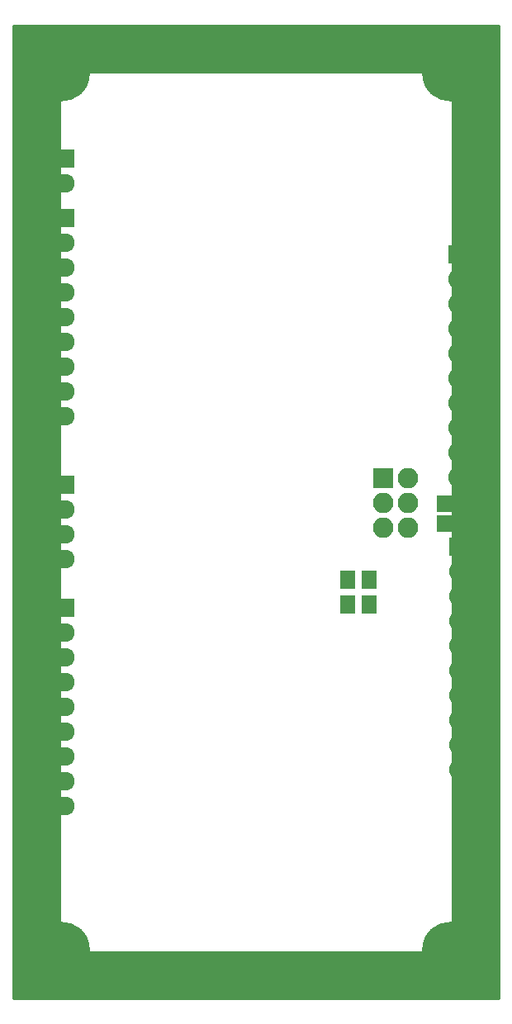
<source format=gbr>
G04 #@! TF.FileFunction,Soldermask,Bot*
%FSLAX46Y46*%
G04 Gerber Fmt 4.6, Leading zero omitted, Abs format (unit mm)*
G04 Created by KiCad (PCBNEW 4.0.7) date 12/28/17 14:23:17*
%MOMM*%
%LPD*%
G01*
G04 APERTURE LIST*
%ADD10C,0.100000*%
%ADD11R,1.650000X1.900000*%
%ADD12R,2.597100X1.924000*%
%ADD13O,2.597100X1.924000*%
%ADD14R,1.900000X1.700000*%
%ADD15C,5.900000*%
%ADD16R,2.100000X2.100000*%
%ADD17O,2.100000X2.100000*%
%ADD18C,0.254000*%
G04 APERTURE END LIST*
D10*
D11*
X126600000Y-94450000D03*
X126600000Y-91950000D03*
X124400000Y-94450000D03*
X124400000Y-91950000D03*
D12*
X95076200Y-48730000D03*
D13*
X95076200Y-51270000D03*
X136000000Y-78890000D03*
X136000000Y-76350000D03*
X136000000Y-73810000D03*
X136000000Y-68730000D03*
X136000000Y-66190000D03*
X136000000Y-63650000D03*
X136000000Y-81430000D03*
X136000000Y-71270000D03*
D12*
X136000000Y-58570000D03*
D13*
X136000000Y-61110000D03*
X136100000Y-108920000D03*
X136100000Y-106380000D03*
X136100000Y-103840000D03*
X136100000Y-98760000D03*
X136100000Y-96220000D03*
X136100000Y-93680000D03*
X136100000Y-111460000D03*
X136100000Y-101300000D03*
D12*
X136100000Y-88600000D03*
D13*
X136100000Y-91140000D03*
D14*
X134450000Y-84200000D03*
X137150000Y-84200000D03*
X134450000Y-86200000D03*
X137150000Y-86200000D03*
D15*
X95000000Y-40000000D03*
X95000000Y-130000000D03*
X135000000Y-130000000D03*
X135000000Y-40000000D03*
D13*
X95076200Y-72620000D03*
X95076200Y-70080000D03*
X95076200Y-65000000D03*
X95076200Y-62460000D03*
X95076200Y-59920000D03*
X95076200Y-75160000D03*
X95076200Y-67540000D03*
D12*
X95076200Y-54840000D03*
D13*
X95076200Y-57380000D03*
X95076200Y-112620000D03*
X95076200Y-110080000D03*
X95076200Y-105000000D03*
X95076200Y-102460000D03*
X95076200Y-99920000D03*
X95076200Y-115160000D03*
X95076200Y-107540000D03*
D12*
X95076200Y-94840000D03*
D13*
X95076200Y-97380000D03*
X95076200Y-89810000D03*
X95076200Y-87270000D03*
D12*
X95076200Y-82190000D03*
D13*
X95076200Y-84730000D03*
D16*
X136100000Y-116250000D03*
D17*
X136100000Y-118790000D03*
D16*
X136750000Y-51250000D03*
D17*
X136750000Y-53790000D03*
D16*
X128060000Y-81520000D03*
D17*
X130600000Y-81520000D03*
X128060000Y-84060000D03*
X130600000Y-84060000D03*
X128060000Y-86600000D03*
X130600000Y-86600000D03*
D18*
G36*
X139873000Y-134873000D02*
X90127000Y-134873000D01*
X90127000Y-40000000D01*
X94873000Y-40000000D01*
X94873000Y-130000000D01*
X94883006Y-130049410D01*
X94911447Y-130091035D01*
X94953841Y-130118315D01*
X95000000Y-130127000D01*
X135000000Y-130127000D01*
X135049410Y-130116994D01*
X135091035Y-130088553D01*
X135118315Y-130046159D01*
X135127000Y-130000000D01*
X135127000Y-40000000D01*
X135116994Y-39950590D01*
X135088553Y-39908965D01*
X135046159Y-39881685D01*
X135000000Y-39873000D01*
X95000000Y-39873000D01*
X94950590Y-39883006D01*
X94908965Y-39911447D01*
X94881685Y-39953841D01*
X94873000Y-40000000D01*
X90127000Y-40000000D01*
X90127000Y-35127000D01*
X139873000Y-35127000D01*
X139873000Y-134873000D01*
X139873000Y-134873000D01*
G37*
X139873000Y-134873000D02*
X90127000Y-134873000D01*
X90127000Y-40000000D01*
X94873000Y-40000000D01*
X94873000Y-130000000D01*
X94883006Y-130049410D01*
X94911447Y-130091035D01*
X94953841Y-130118315D01*
X95000000Y-130127000D01*
X135000000Y-130127000D01*
X135049410Y-130116994D01*
X135091035Y-130088553D01*
X135118315Y-130046159D01*
X135127000Y-130000000D01*
X135127000Y-40000000D01*
X135116994Y-39950590D01*
X135088553Y-39908965D01*
X135046159Y-39881685D01*
X135000000Y-39873000D01*
X95000000Y-39873000D01*
X94950590Y-39883006D01*
X94908965Y-39911447D01*
X94881685Y-39953841D01*
X94873000Y-40000000D01*
X90127000Y-40000000D01*
X90127000Y-35127000D01*
X139873000Y-35127000D01*
X139873000Y-134873000D01*
M02*

</source>
